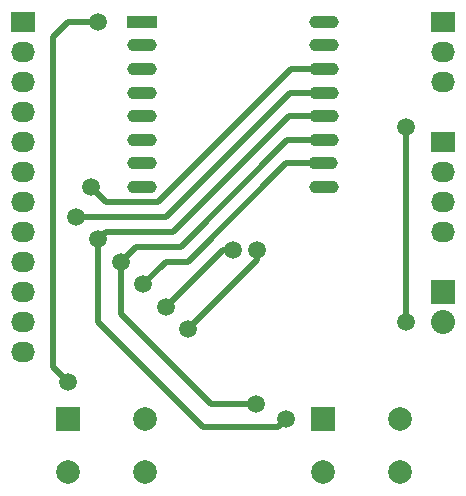
<source format=gbr>
G04 #@! TF.FileFunction,Copper,L2,Bot,Signal*
%FSLAX46Y46*%
G04 Gerber Fmt 4.6, Leading zero omitted, Abs format (unit mm)*
G04 Created by KiCad (PCBNEW 4.0.2-stable) date 8/25/2016 6:13:52 PM*
%MOMM*%
G01*
G04 APERTURE LIST*
%ADD10C,0.100000*%
%ADD11R,2.000000X2.000000*%
%ADD12C,2.000000*%
%ADD13R,2.032000X1.727200*%
%ADD14O,2.032000X1.727200*%
%ADD15R,2.500000X1.100000*%
%ADD16O,2.500000X1.100000*%
%ADD17R,2.032000X2.032000*%
%ADD18O,2.032000X2.032000*%
%ADD19C,1.500000*%
%ADD20C,0.500000*%
G04 APERTURE END LIST*
D10*
D11*
X120650000Y-102235000D03*
D12*
X120650000Y-106735000D03*
X127150000Y-106735000D03*
X127150000Y-102235000D03*
D11*
X142240000Y-102235000D03*
D12*
X142240000Y-106735000D03*
X148740000Y-106735000D03*
X148740000Y-102235000D03*
D13*
X116840000Y-68580000D03*
D14*
X116840000Y-71120000D03*
X116840000Y-73660000D03*
X116840000Y-76200000D03*
X116840000Y-78740000D03*
X116840000Y-81280000D03*
X116840000Y-83820000D03*
X116840000Y-86360000D03*
X116840000Y-88900000D03*
X116840000Y-91440000D03*
X116840000Y-93980000D03*
X116840000Y-96520000D03*
D15*
X126935000Y-68580000D03*
D16*
X126935000Y-70580000D03*
X126935000Y-72580000D03*
X126935000Y-74580000D03*
X126935000Y-76580000D03*
X126935000Y-78580000D03*
X126935000Y-80580000D03*
X126935000Y-82580000D03*
X142335000Y-82580000D03*
X142235000Y-80580000D03*
X142335000Y-78580000D03*
X142335000Y-76580000D03*
X142335000Y-74580000D03*
X142335000Y-72580000D03*
X142335000Y-70580000D03*
X142335000Y-68580000D03*
D13*
X152400000Y-78740000D03*
D14*
X152400000Y-81280000D03*
X152400000Y-83820000D03*
X152400000Y-86360000D03*
D13*
X152400000Y-68580000D03*
D14*
X152400000Y-71120000D03*
X152400000Y-73660000D03*
D17*
X152400000Y-91440000D03*
D18*
X152400000Y-93980000D03*
D19*
X149225000Y-77470000D03*
X149225000Y-93980000D03*
X127000000Y-90805000D03*
X134620000Y-87884000D03*
X128905000Y-92710000D03*
X136652000Y-87884000D03*
X130810000Y-94615000D03*
X136525000Y-100965000D03*
X125095000Y-88900000D03*
X123190000Y-86995000D03*
X139065000Y-102235000D03*
X121285000Y-85090000D03*
X122555000Y-82550000D03*
X120650000Y-99060000D03*
X123190000Y-68580000D03*
D20*
X149225000Y-93980000D02*
X149225000Y-77470000D01*
X130810000Y-88900000D02*
X139130000Y-80580000D01*
X127000000Y-90805000D02*
X128905000Y-88900000D01*
X128905000Y-88900000D02*
X130810000Y-88900000D01*
X139130000Y-80580000D02*
X141635000Y-80580000D01*
X133731000Y-87884000D02*
X134620000Y-87884000D01*
X128905000Y-92710000D02*
X133731000Y-87884000D01*
X136652000Y-88773000D02*
X136652000Y-87884000D01*
X130810000Y-94615000D02*
X136652000Y-88773000D01*
X125095000Y-93345000D02*
X125095000Y-88900000D01*
X132715000Y-100965000D02*
X125095000Y-93345000D01*
X136525000Y-100965000D02*
X132715000Y-100965000D01*
X139225000Y-78580000D02*
X141635000Y-78580000D01*
X130175000Y-87630000D02*
X139225000Y-78580000D01*
X126365000Y-87630000D02*
X130175000Y-87630000D01*
X125095000Y-88900000D02*
X126365000Y-87630000D01*
X123190000Y-86995000D02*
X123190000Y-93980000D01*
X138430000Y-102870000D02*
X139065000Y-102235000D01*
X132080000Y-102870000D02*
X138430000Y-102870000D01*
X123190000Y-93980000D02*
X132080000Y-102870000D01*
X139320000Y-76580000D02*
X141635000Y-76580000D01*
X123190000Y-86995000D02*
X123825000Y-86360000D01*
X123825000Y-86360000D02*
X129540000Y-86360000D01*
X129540000Y-86360000D02*
X139320000Y-76580000D01*
X121285000Y-85090000D02*
X128905000Y-85090000D01*
X139415000Y-74580000D02*
X141635000Y-74580000D01*
X128905000Y-85090000D02*
X139415000Y-74580000D01*
X139510000Y-72580000D02*
X141635000Y-72580000D01*
X128270000Y-83820000D02*
X139510000Y-72580000D01*
X123825000Y-83820000D02*
X128270000Y-83820000D01*
X122555000Y-82550000D02*
X123825000Y-83820000D01*
X119380000Y-97790000D02*
X120650000Y-99060000D01*
X119380000Y-69850000D02*
X119380000Y-97790000D01*
X120650000Y-68580000D02*
X119380000Y-69850000D01*
X123190000Y-68580000D02*
X120650000Y-68580000D01*
M02*

</source>
